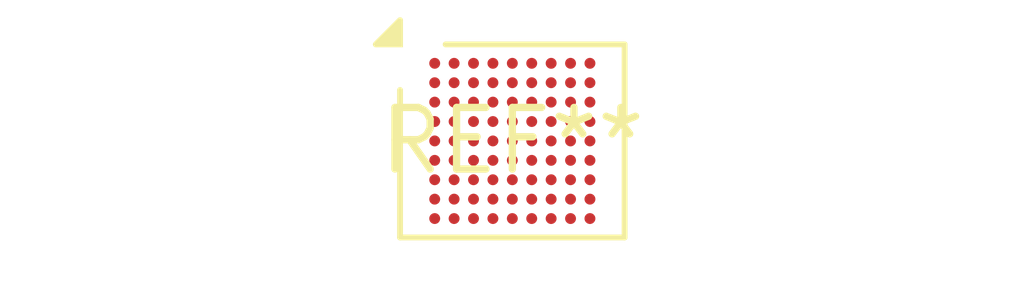
<source format=kicad_pcb>
(kicad_pcb (version 20240108) (generator pcbnew)
  (layers (0 "F.Cu" signal) (31 "B.Cu" signal) (34 "B.Paste" user) (35 "F.Paste" user) (36 "B.SilkS" user "B.Silkscreen") (37 "F.SilkS" user "F.Silkscreen") (38 "B.Mask" user) (39 "F.Mask" user) (44 "Edge.Cuts" user))
  (net 0 "")
  (footprint "ST_WLCSP-81_Die415" (layer "F.Cu") (at 0 0)
    (property "Reference" "REF**")
    (property "Value" "ST_WLCSP-81_Die415")
    (fp_line (start -2.3142 1.9897) (end -2.3142 -1.04985) (layer "F.SilkS") (stroke (width 0.12)))
    (fp_line (start -1.37435 -1.9897) (end 2.3142 -1.9897) (layer "F.SilkS") (stroke (width 0.12)))
    (fp_line (start 2.3142 -1.9897) (end 2.3142 1.9897) (layer "F.SilkS") (stroke (width 0.12)))
    (fp_line (start 2.3142 1.9897) (end -2.3142 1.9897) (layer "F.SilkS") (stroke (width 0.12)))
    (fp_poly (pts (xy -2.3142 -1.9897) (xy -2.8142 -1.9897) (xy -2.3142 -2.4897) (xy -2.3142 -1.9897)) (layer "F.SilkS") (stroke (width 0.12)) (fill solid))
    (pad "A1" smd circle (at -1.6 -1.6) (size 0.225 0.225) (property pad_prop_bga) (layers "F.Cu" "F.Paste" "F.Mask"))
    (pad "A2" smd circle (at -1.2 -1.6) (size 0.225 0.225) (property pad_prop_bga) (layers "F.Cu" "F.Paste" "F.Mask"))
    (pad "A3" smd circle (at -0.8 -1.6) (size 0.225 0.225) (property pad_prop_bga) (layers "F.Cu" "F.Paste" "F.Mask"))
    (pad "A4" smd circle (at -0.4 -1.6) (size 0.225 0.225) (property pad_prop_bga) (layers "F.Cu" "F.Paste" "F.Mask"))
    (pad "A5" smd circle (at 0 -1.6) (size 0.225 0.225) (property pad_prop_bga) (layers "F.Cu" "F.Paste" "F.Mask"))
    (pad "A6" smd circle (at 0.4 -1.6) (size 0.225 0.225) (property pad_prop_bga) (layers "F.Cu" "F.Paste" "F.Mask"))
    (pad "A7" smd circle (at 0.8 -1.6) (size 0.225 0.225) (property pad_prop_bga) (layers "F.Cu" "F.Paste" "F.Mask"))
    (pad "A8" smd circle (at 1.2 -1.6) (size 0.225 0.225) (property pad_prop_bga) (layers "F.Cu" "F.Paste" "F.Mask"))
    (pad "A9" smd circle (at 1.6 -1.6) (size 0.225 0.225) (property pad_prop_bga) (layers "F.Cu" "F.Paste" "F.Mask"))
    (pad "B1" smd circle (at -1.6 -1.2) (size 0.225 0.225) (property pad_prop_bga) (layers "F.Cu" "F.Paste" "F.Mask"))
    (pad "B2" smd circle (at -1.2 -1.2) (size 0.225 0.225) (property pad_prop_bga) (layers "F.Cu" "F.Paste" "F.Mask"))
    (pad "B3" smd circle (at -0.8 -1.2) (size 0.225 0.225) (property pad_prop_bga) (layers "F.Cu" "F.Paste" "F.Mask"))
    (pad "B4" smd circle (at -0.4 -1.2) (size 0.225 0.225) (property pad_prop_bga) (layers "F.Cu" "F.Paste" "F.Mask"))
    (pad "B5" smd circle (at 0 -1.2) (size 0.225 0.225) (property pad_prop_bga) (layers "F.Cu" "F.Paste" "F.Mask"))
    (pad "B6" smd circle (at 0.4 -1.2) (size 0.225 0.225) (property pad_prop_bga) (layers "F.Cu" "F.Paste" "F.Mask"))
    (pad "B7" smd circle (at 0.8 -1.2) (size 0.225 0.225) (property pad_prop_bga) (layers "F.Cu" "F.Paste" "F.Mask"))
    (pad "B8" smd circle (at 1.2 -1.2) (size 0.225 0.225) (property pad_prop_bga) (layers "F.Cu" "F.Paste" "F.Mask"))
    (pad "B9" smd circle (at 1.6 -1.2) (size 0.225 0.225) (property pad_prop_bga) (layers "F.Cu" "F.Paste" "F.Mask"))
    (pad "C1" smd circle (at -1.6 -0.8) (size 0.225 0.225) (property pad_prop_bga) (layers "F.Cu" "F.Paste" "F.Mask"))
    (pad "C2" smd circle (at -1.2 -0.8) (size 0.225 0.225) (property pad_prop_bga) (layers "F.Cu" "F.Paste" "F.Mask"))
    (pad "C3" smd circle (at -0.8 -0.8) (size 0.225 0.225) (property pad_prop_bga) (layers "F.Cu" "F.Paste" "F.Mask"))
    (pad "C4" smd circle (at -0.4 -0.8) (size 0.225 0.225) (property pad_prop_bga) (layers "F.Cu" "F.Paste" "F.Mask"))
    (pad "C5" smd circle (at 0 -0.8) (size 0.225 0.225) (property pad_prop_bga) (layers "F.Cu" "F.Paste" "F.Mask"))
    (pad "C6" smd circle (at 0.4 -0.8) (size 0.225 0.225) (property pad_prop_bga) (layers "F.Cu" "F.Paste" "F.Mask"))
    (pad "C7" smd circle (at 0.8 -0.8) (size 0.225 0.225) (property pad_prop_bga) (layers "F.Cu" "F.Paste" "F.Mask"))
    (pad "C8" smd circle (at 1.2 -0.8) (size 0.225 0.225) (property pad_prop_bga) (layers "F.Cu" "F.Paste" "F.Mask"))
    (pad "C9" smd circle (at 1.6 -0.8) (size 0.225 0.225) (property pad_prop_bga) (layers "F.Cu" "F.Paste" "F.Mask"))
    (pad "D1" smd circle (at -1.6 -0.4) (size 0.225 0.225) (property pad_prop_bga) (layers "F.Cu" "F.Paste" "F.Mask"))
    (pad "D2" smd circle (at -1.2 -0.4) (size 0.225 0.225) (property pad_prop_bga) (layers "F.Cu" "F.Paste" "F.Mask"))
    (pad "D3" smd circle (at -0.8 -0.4) (size 0.225 0.225) (property pad_prop_bga) (layers "F.Cu" "F.Paste" "F.Mask"))
    (pad "D4" smd circle (at -0.4 -0.4) (size 0.225 0.225) (property pad_prop_bga) (layers "F.Cu" "F.Paste" "F.Mask"))
    (pad "D5" smd circle (at 0 -0.4) (size 0.225 0.225) (property pad_prop_bga) (layers "F.Cu" "F.Paste" "F.Mask"))
    (pad "D6" smd circle (at 0.4 -0.4) (size 0.225 0.225) (property pad_prop_bga) (layers "F.Cu" "F.Paste" "F.Mask"))
    (pad "D7" smd circle (at 0.8 -0.4) (size 0.225 0.225) (property pad_prop_bga) (layers "F.Cu" "F.Paste" "F.Mask"))
    (pad "D8" smd circle (at 1.2 -0.4) (size 0.225 0.225) (property pad_prop_bga) (layers "F.Cu" "F.Paste" "F.Mask"))
    (pad "D9" smd circle (at 1.6 -0.4) (size 0.225 0.225) (property pad_prop_bga) (layers "F.Cu" "F.Paste" "F.Mask"))
    (pad "E1" smd circle (at -1.6 0) (size 0.225 0.225) (property pad_prop_bga) (layers "F.Cu" "F.Paste" "F.Mask"))
    (pad "E2" smd circle (at -1.2 0) (size 0.225 0.225) (property pad_prop_bga) (layers "F.Cu" "F.Paste" "F.Mask"))
    (pad "E3" smd circle (at -0.8 0) (size 0.225 0.225) (property pad_prop_bga) (layers "F.Cu" "F.Paste" "F.Mask"))
    (pad "E4" smd circle (at -0.4 0) (size 0.225 0.225) (property pad_prop_bga) (layers "F.Cu" "F.Paste" "F.Mask"))
    (pad "E5" smd circle (at 0 0) (size 0.225 0.225) (property pad_prop_bga) (layers "F.Cu" "F.Paste" "F.Mask"))
    (pad "E6" smd circle (at 0.4 0) (size 0.225 0.225) (property pad_prop_bga) (layers "F.Cu" "F.Paste" "F.Mask"))
    (pad "E7" smd circle (at 0.8 0) (size 0.225 0.225) (property pad_prop_bga) (layers "F.Cu" "F.Paste" "F.Mask"))
    (pad "E8" smd circle (at 1.2 0) (size 0.225 0.225) (property pad_prop_bga) (layers "F.Cu" "F.Paste" "F.Mask"))
    (pad "E9" smd circle (at 1.6 0) (size 0.225 0.225) (property pad_prop_bga) (layers "F.Cu" "F.Paste" "F.Mask"))
    (pad "F1" smd circle (at -1.6 0.4) (size 0.225 0.225) (property pad_prop_bga) (layers "F.Cu" "F.Paste" "F.Mask"))
    (pad "F2" smd circle (at -1.2 0.4) (size 0.225 0.225) (property pad_prop_bga) (layers "F.Cu" "F.Paste" "F.Mask"))
    (pad "F3" smd circle (at -0.8 0.4) (size 0.225 0.225) (property pad_prop_bga) (layers "F.Cu" "F.Paste" "F.Mask"))
    (pad "F4" smd circle (at -0.4 0.4) (size 0.225 0.225) (property pad_prop_bga) (layers "F.Cu" "F.Paste" "F.Mask"))
    (pad "F5" smd circle (at 0 0.4) (size 0.225 0.225) (property pad_prop_bga) (layers "F.Cu" "F.Paste" "F.Mask"))
    (pad "F6" smd circle (at 0.4 0.4) (size 0.225 0.225) (property pad_prop_bga) (layers "F.Cu" "F.Paste" "F.Mask"))
    (pad "F7" smd circle (at 0.8 0.4) (size 0.225 0.225) (property pad_prop_bga) (layers "F.Cu" "F.Paste" "F.Mask"))
    (pad "F8" smd circle (at 1.2 0.4) (size 0.225 0.225) (property pad_prop_bga) (layers "F.Cu" "F.Paste" "F.Mask"))
    (pad "F9" smd circle (at 1.6 0.4) (size 0.225 0.225) (property pad_prop_bga) (layers "F.Cu" "F.Paste" "F.Mask"))
    (pad "G1" smd circle (at -1.6 0.8) (size 0.225 0.225) (property pad_prop_bga) (layers "F.Cu" "F.Paste" "F.Mask"))
    (pad "G2" smd circle (at -1.2 0.8) (size 0.225 0.225) (property pad_prop_bga) (layers "F.Cu" "F.Paste" "F.Mask"))
    (pad "G3" smd circle (at -0.8 0.8) (size 0.225 0.225) (property pad_prop_bga) (layers "F.Cu" "F.Paste" "F.Mask"))
    (pad "G4" smd circle (at -0.4 0.8) (size 0.225 0.225) (property pad_prop_bga) (layers "F.Cu" "F.Paste" "F.Mask"))
    (pad "G5" smd circle (at 0 0.8) (size 0.225 0.225) (property pad_prop_bga) (layers "F.Cu" "F.Paste" "F.Mask"))
    (pad "G6" smd circle (at 0.4 0.8) (size 0.225 0.225) (property pad_prop_bga) (layers "F.Cu" "F.Paste" "F.Mask"))
    (pad "G7" smd circle (at 0.8 0.8) (size 0.225 0.225) (property pad_prop_bga) (layers "F.Cu" "F.Paste" "F.Mask"))
    (pad "G8" smd circle (at 1.2 0.8) (size 0.225 0.225) (property pad_prop_bga) (layers "F.Cu" "F.Paste" "F.Mask"))
    (pad "G9" smd circle (at 1.6 0.8) (size 0.225 0.225) (property pad_prop_bga) (layers "F.Cu" "F.Paste" "F.Mask"))
    (pad "H1" smd circle (at -1.6 1.2) (size 0.225 0.225) (property pad_prop_bga) (layers "F.Cu" "F.Paste" "F.Mask"))
    (pad "H2" smd circle (at -1.2 1.2) (size 0.225 0.225) (property pad_prop_bga) (layers "F.Cu" "F.Paste" "F.Mask"))
    (pad "H3" smd circle (at -0.8 1.2) (size 0.225 0.225) (property pad_prop_bga) (layers "F.Cu" "F.Paste" "F.Mask"))
    (pad "H4" smd circle (at -0.4 1.2) (size 0.225 0.225) (property pad_prop_bga) (layers "F.Cu" "F.Paste" "F.Mask"))
    (pad "H5" smd circle (at 0 1.2) (size 0.225 0.225) (property pad_prop_bga) (layers "F.Cu" "F.Paste" "F.Mask"))
    (pad "H6" smd circle (at 0.4 1.2) (size 0.225 0.225) (property pad_prop_bga) (layers "F.Cu" "F.Paste" "F.Mask"))
    (pad "H7" smd circle (at 0.8 1.2) (size 0.225 0.225) (property pad_prop_bga) (layers "F.Cu" "F.Paste" "F.Mask"))
    (pad "H8" smd circle (at 1.2 1.2) (size 0.225 0.225) (property pad_prop_bga) (layers "F.Cu" "F.Paste" "F.Mask"))
    (pad "H9" smd circle (at 1.6 1.2) (size 0.225 0.225) (property pad_prop_bga) (layers "F.Cu" "F.Paste" "F.Mask"))
    (pad "J1" smd circle (at -1.6 1.6) (size 0.225 0.225) (property pad_prop_bga) (layers "F.Cu" "F.Paste" "F.Mask"))
    (pad "J2" smd circle (at -1.2 1.6) (size 0.225 0.225) (property pad_prop_bga) (layers "F.Cu" "F.Paste" "F.Mask"))
    (pad "J3" smd circle (at -0.8 1.6) (size 0.225 0.225) (property pad_prop_bga) (layers "F.Cu" "F.Paste" "F.Mask"))
    (pad "J4" smd circle (at -0.4 1.6) (size 0.225 0.225) (property pad_prop_bga) (layers "F.Cu" "F.Paste" "F.Mask"))
    (pad "J5" smd circle (at 0 1.6) (size 0.225 0.225) (property pad_prop_bga) (layers "F.Cu" "F.Paste" "F.Mask"))
    (pad "J6" smd circle (at 0.4 1.6) (size 0.225 0.225) (property pad_prop_bga) (layers "F.Cu" "F.Paste" "F.Mask"))
    (pad "J7" smd circle (at 0.8 1.6) (size 0.225 0.225) (property pad_prop_bga) (layers "F.Cu" "F.Paste" "F.Mask"))
    (pad "J8" smd circle (at 1.2 1.6) (size 0.225 0.225) (property pad_prop_bga) (layers "F.Cu" "F.Paste" "F.Mask"))
    (pad "J9" smd circle (at 1.6 1.6) (size 0.225 0.225) (property pad_prop_bga) (layers "F.Cu" "F.Paste" "F.Mask"))
  )
)
</source>
